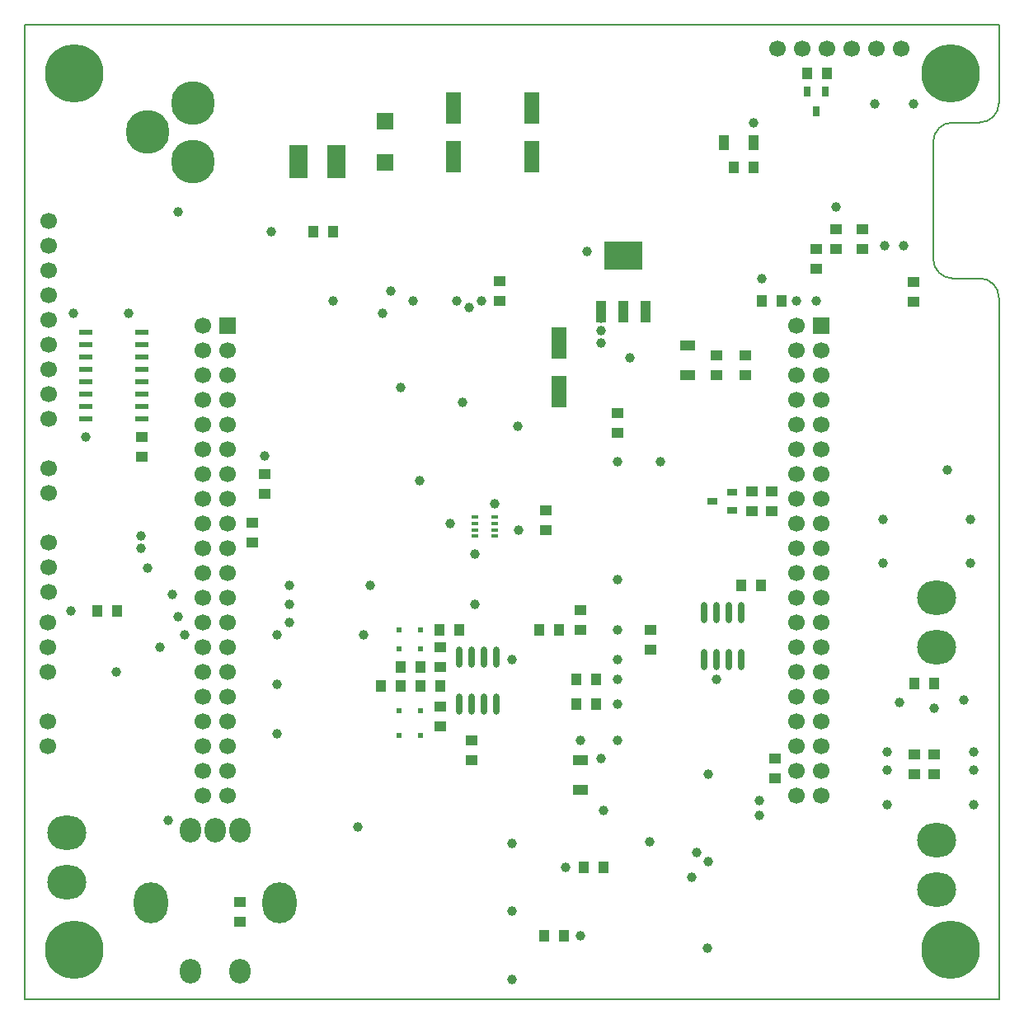
<source format=gbs>
G04 Layer_Color=16711935*
%FSLAX43Y43*%
%MOMM*%
G71*
G01*
G75*
%ADD12R,1.300X1.000*%
%ADD13R,1.000X1.300*%
%ADD27R,1.000X0.700*%
%ADD35C,0.150*%
%ADD36C,4.500*%
%ADD37C,1.700*%
%ADD38O,4.000X3.500*%
%ADD39O,2.200X2.500*%
%ADD40O,3.500X4.200*%
%ADD41R,1.700X1.700*%
%ADD42C,6.000*%
%ADD43C,1.000*%
%ADD44R,1.800X1.800*%
%ADD45R,1.600X3.200*%
%ADD46R,1.400X0.600*%
%ADD47R,0.600X0.500*%
%ADD48R,1.905X3.429*%
%ADD49O,0.600X2.200*%
%ADD50R,1.000X2.300*%
%ADD51R,4.000X3.000*%
%ADD52R,0.700X0.350*%
%ADD53R,1.600X1.100*%
%ADD54R,1.100X1.600*%
%ADD55R,0.700X1.000*%
D12*
X77015Y24691D02*
D03*
Y22659D02*
D03*
X76670Y50080D02*
D03*
Y52112D02*
D03*
X53440Y50207D02*
D03*
Y48175D02*
D03*
X91313Y25146D02*
D03*
Y23114D02*
D03*
X74000Y64050D02*
D03*
Y66082D02*
D03*
X71000Y64050D02*
D03*
Y66082D02*
D03*
X11985Y57700D02*
D03*
Y55668D02*
D03*
X48730Y73702D02*
D03*
Y71670D02*
D03*
X74638Y50080D02*
D03*
Y52112D02*
D03*
X56985Y39920D02*
D03*
Y37888D02*
D03*
X64224Y35856D02*
D03*
Y37888D02*
D03*
X86000Y77032D02*
D03*
Y79064D02*
D03*
X83250D02*
D03*
Y77032D02*
D03*
X93345Y25146D02*
D03*
Y23114D02*
D03*
X22020Y7905D02*
D03*
Y9937D02*
D03*
X23330Y48937D02*
D03*
Y46905D02*
D03*
X42634Y34078D02*
D03*
Y36110D02*
D03*
Y30014D02*
D03*
Y27982D02*
D03*
X45809Y24553D02*
D03*
Y26585D02*
D03*
X24600Y51858D02*
D03*
Y53890D02*
D03*
X81250Y77032D02*
D03*
Y75000D02*
D03*
X60795Y58144D02*
D03*
Y60176D02*
D03*
X91250Y73660D02*
D03*
Y71628D02*
D03*
D13*
X7427Y39875D02*
D03*
X9459D02*
D03*
X58636Y30268D02*
D03*
X56604D02*
D03*
X74765Y85430D02*
D03*
X72733D02*
D03*
X38570Y34078D02*
D03*
X40602D02*
D03*
X75527Y42460D02*
D03*
X73495D02*
D03*
X77726Y71670D02*
D03*
X75694D02*
D03*
X93345Y32385D02*
D03*
X91313D02*
D03*
X55315Y6500D02*
D03*
X53283D02*
D03*
X57370Y13500D02*
D03*
X59402D02*
D03*
X54826Y37888D02*
D03*
X52794D02*
D03*
X44539D02*
D03*
X42507D02*
D03*
X36538Y32173D02*
D03*
X38570D02*
D03*
X40602D02*
D03*
X42634D02*
D03*
X58636Y32808D02*
D03*
X56604D02*
D03*
X29553Y78782D02*
D03*
X31585D02*
D03*
X82330Y95080D02*
D03*
X80298D02*
D03*
D27*
X72590Y52046D02*
D03*
Y50146D02*
D03*
X70590Y51096D02*
D03*
D35*
X95250Y90000D02*
G03*
X93250Y88000I0J-2000D01*
G01*
X98000Y90000D02*
G03*
X100000Y92000I0J2000D01*
G01*
Y72000D02*
G03*
X98000Y74000I-2000J0D01*
G01*
X93250Y76000D02*
G03*
X95250Y74000I2000J0D01*
G01*
Y90000D02*
X98000D01*
X-0Y100000D02*
X0Y0D01*
X93250Y76000D02*
Y88000D01*
X95250Y74000D02*
X98000D01*
X-0Y100000D02*
X100000D01*
X100000Y92000D02*
Y100000D01*
X100000Y0D02*
Y72000D01*
X0Y0D02*
X100000D01*
D36*
X17236Y92000D02*
D03*
Y86000D02*
D03*
X12536Y89000D02*
D03*
D37*
X2375Y51985D02*
D03*
Y54525D02*
D03*
Y46905D02*
D03*
Y44365D02*
D03*
Y41825D02*
D03*
X2360Y25935D02*
D03*
Y28475D02*
D03*
X2375Y59605D02*
D03*
Y62145D02*
D03*
Y64685D02*
D03*
Y67225D02*
D03*
Y69765D02*
D03*
Y72305D02*
D03*
Y74845D02*
D03*
Y77385D02*
D03*
Y79925D02*
D03*
X20790Y20870D02*
D03*
X18250D02*
D03*
X79210D02*
D03*
X81750D02*
D03*
X18250Y69130D02*
D03*
X20790Y66590D02*
D03*
X18250D02*
D03*
X20790Y64050D02*
D03*
X18250D02*
D03*
X20790Y61510D02*
D03*
X18250D02*
D03*
X20790Y58970D02*
D03*
X18250D02*
D03*
X20790Y56430D02*
D03*
X18250D02*
D03*
X20790Y53890D02*
D03*
X18250D02*
D03*
X20790Y51350D02*
D03*
X18250D02*
D03*
X20790Y48810D02*
D03*
X18250D02*
D03*
X20790Y46270D02*
D03*
X18250D02*
D03*
X20790Y43730D02*
D03*
X18250D02*
D03*
X20790Y41190D02*
D03*
X18250D02*
D03*
X20790Y38650D02*
D03*
X18250D02*
D03*
X20790Y36110D02*
D03*
X18250D02*
D03*
X20790Y33570D02*
D03*
X18250D02*
D03*
X20790Y31030D02*
D03*
X18250D02*
D03*
X20790Y28490D02*
D03*
X18250D02*
D03*
X20790Y25950D02*
D03*
X18250D02*
D03*
X20790Y23410D02*
D03*
X18250D02*
D03*
X79210Y69130D02*
D03*
X81750Y66590D02*
D03*
X79210D02*
D03*
X81750Y64050D02*
D03*
X79210D02*
D03*
X81750Y61510D02*
D03*
X79210D02*
D03*
X81750Y58970D02*
D03*
X79210D02*
D03*
X81750Y56430D02*
D03*
X79210D02*
D03*
X81750Y53890D02*
D03*
X79210D02*
D03*
X81750Y51350D02*
D03*
X79210D02*
D03*
X81750Y48810D02*
D03*
X79210D02*
D03*
X81750Y46270D02*
D03*
X79210D02*
D03*
X81750Y43730D02*
D03*
X79210D02*
D03*
X81750Y41190D02*
D03*
X79210D02*
D03*
X81750Y38650D02*
D03*
X79210D02*
D03*
X81750Y36110D02*
D03*
X79210D02*
D03*
X81750Y33570D02*
D03*
X79210D02*
D03*
X81750Y31030D02*
D03*
X79210D02*
D03*
X81750Y28490D02*
D03*
X79210D02*
D03*
X81750Y25950D02*
D03*
X79210D02*
D03*
X81750Y23410D02*
D03*
X79210D02*
D03*
X2360Y33585D02*
D03*
Y36125D02*
D03*
Y38665D02*
D03*
X77250Y97620D02*
D03*
X79790D02*
D03*
X82330D02*
D03*
X84870D02*
D03*
X87410D02*
D03*
X89950D02*
D03*
D38*
X93599Y16277D02*
D03*
Y11197D02*
D03*
Y41169D02*
D03*
Y36089D02*
D03*
X4280Y17060D02*
D03*
Y11980D02*
D03*
D39*
X22020Y17325D02*
D03*
X19520D02*
D03*
X17020D02*
D03*
Y2825D02*
D03*
X22020D02*
D03*
D40*
X26120Y9825D02*
D03*
X12920D02*
D03*
D41*
X20790Y69130D02*
D03*
X81750D02*
D03*
D42*
X95000Y5000D02*
D03*
Y95000D02*
D03*
X5000D02*
D03*
X5000Y5000D02*
D03*
D43*
X60795Y26585D02*
D03*
Y30268D02*
D03*
Y32808D02*
D03*
Y34840D02*
D03*
X62065Y65828D02*
D03*
X97083Y44740D02*
D03*
X50000Y9000D02*
D03*
X10630Y70400D02*
D03*
X4915D02*
D03*
X13805Y36110D02*
D03*
X4727Y39875D02*
D03*
X12535Y44260D02*
D03*
X70955Y32808D02*
D03*
X65240Y55160D02*
D03*
X60795D02*
D03*
X46190Y40555D02*
D03*
X94687Y54308D02*
D03*
X60795Y37888D02*
D03*
X46205Y45650D02*
D03*
X59144Y24680D02*
D03*
X37575Y72665D02*
D03*
X74765Y90000D02*
D03*
X60795Y43095D02*
D03*
X34125Y17695D02*
D03*
X55461Y13500D02*
D03*
X48255Y50875D02*
D03*
X50635Y48175D02*
D03*
X43665Y48825D02*
D03*
X38570Y62780D02*
D03*
X44920Y61256D02*
D03*
X70066Y5230D02*
D03*
X70153Y14120D02*
D03*
X68923Y15028D02*
D03*
X24600Y55795D02*
D03*
X50600Y58825D02*
D03*
X89789Y30480D02*
D03*
X96355Y30696D02*
D03*
X75403Y20342D02*
D03*
X75383Y18842D02*
D03*
X70153Y23092D02*
D03*
X64153Y16092D02*
D03*
X59403Y19342D02*
D03*
X36665Y70400D02*
D03*
X45555Y71035D02*
D03*
X46825Y71670D02*
D03*
X44285D02*
D03*
X39840D02*
D03*
X35395Y42460D02*
D03*
X31585Y71670D02*
D03*
X40475Y53255D02*
D03*
X34760Y37380D02*
D03*
X25870D02*
D03*
X27140Y40555D02*
D03*
Y42460D02*
D03*
X93345Y29845D02*
D03*
X97409Y23495D02*
D03*
Y25400D02*
D03*
X88519Y23495D02*
D03*
Y25400D02*
D03*
X75641Y73927D02*
D03*
X79250Y71670D02*
D03*
X88083Y49240D02*
D03*
X97083D02*
D03*
X88083Y44740D02*
D03*
X88519Y19904D02*
D03*
X97409D02*
D03*
X68415Y12495D02*
D03*
X50000Y16000D02*
D03*
X56985Y6500D02*
D03*
X50000Y2000D02*
D03*
X57743Y76750D02*
D03*
X25235Y78782D02*
D03*
X15710Y80814D02*
D03*
X56985Y26585D02*
D03*
X50000Y34840D02*
D03*
X25870Y27220D02*
D03*
X6185Y57700D02*
D03*
X11900Y47540D02*
D03*
Y46270D02*
D03*
X15710Y39225D02*
D03*
X25870Y32300D02*
D03*
X27140Y38650D02*
D03*
X16345Y37380D02*
D03*
X15075Y41507D02*
D03*
X9360Y33570D02*
D03*
X14694Y18330D02*
D03*
X81250Y71670D02*
D03*
X59144Y68636D02*
D03*
Y67366D02*
D03*
Y69906D02*
D03*
X88250Y77330D02*
D03*
X90250D02*
D03*
X83250Y81330D02*
D03*
X91250Y91875D02*
D03*
X87250D02*
D03*
D44*
X37000Y90100D02*
D03*
Y85900D02*
D03*
D45*
X52000Y91500D02*
D03*
Y86500D02*
D03*
X44000Y91500D02*
D03*
Y86500D02*
D03*
X54826Y67366D02*
D03*
Y62366D02*
D03*
D46*
X11985Y59605D02*
D03*
Y60875D02*
D03*
Y62145D02*
D03*
Y64685D02*
D03*
Y63415D02*
D03*
Y65955D02*
D03*
X6185Y62145D02*
D03*
Y59605D02*
D03*
Y60875D02*
D03*
Y63415D02*
D03*
Y67225D02*
D03*
Y64685D02*
D03*
Y65955D02*
D03*
X11985Y68495D02*
D03*
Y67225D02*
D03*
X6185Y68495D02*
D03*
D47*
X38402Y27093D02*
D03*
X40602D02*
D03*
X38402Y37888D02*
D03*
X40602D02*
D03*
X38402Y29633D02*
D03*
X40602D02*
D03*
X38402Y35983D02*
D03*
X40602D02*
D03*
D48*
X28031Y86000D02*
D03*
X31969D02*
D03*
D49*
X70955Y34840D02*
D03*
X69685D02*
D03*
X73495D02*
D03*
X72225D02*
D03*
X70955Y39640D02*
D03*
X69685D02*
D03*
X72225D02*
D03*
X73495D02*
D03*
X48349Y35068D02*
D03*
X47079D02*
D03*
X44539D02*
D03*
X45809D02*
D03*
X47079Y30268D02*
D03*
X48349D02*
D03*
X44539D02*
D03*
X45809D02*
D03*
D50*
X63744Y70541D02*
D03*
X61444D02*
D03*
X59144D02*
D03*
D51*
X61444Y76341D02*
D03*
D52*
X46205Y49475D02*
D03*
Y48825D02*
D03*
Y48175D02*
D03*
Y47525D02*
D03*
X48255D02*
D03*
Y48175D02*
D03*
Y48825D02*
D03*
Y49475D02*
D03*
D53*
X68000Y67098D02*
D03*
Y64050D02*
D03*
X56985Y21505D02*
D03*
Y24553D02*
D03*
D54*
X71717Y87970D02*
D03*
X74765D02*
D03*
D55*
X81248Y91175D02*
D03*
X82198Y93175D02*
D03*
X80298D02*
D03*
M02*

</source>
